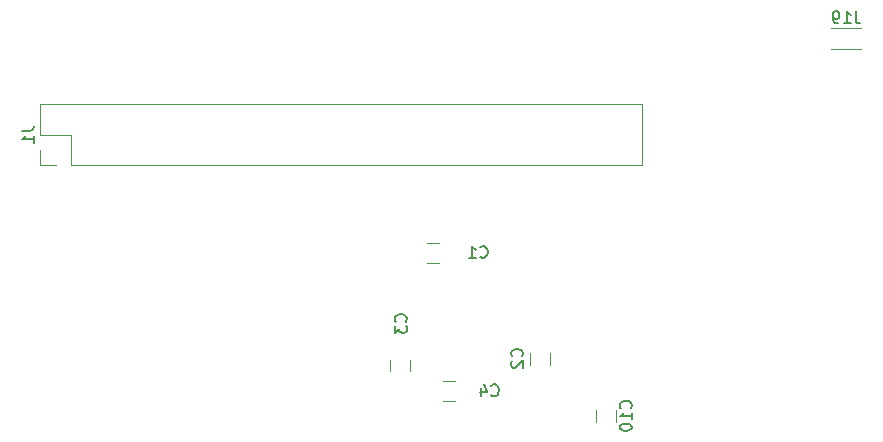
<source format=gbo>
G04 #@! TF.FileFunction,Legend,Bot*
%FSLAX46Y46*%
G04 Gerber Fmt 4.6, Leading zero omitted, Abs format (unit mm)*
G04 Created by KiCad (PCBNEW 4.0.7-e2-6376~61~ubuntu18.04.1) date Sun Dec  9 20:36:19 2018*
%MOMM*%
%LPD*%
G01*
G04 APERTURE LIST*
%ADD10C,0.100000*%
%ADD11C,0.120000*%
%ADD12C,0.150000*%
%ADD13R,2.635200X2.635200*%
%ADD14R,2.150000X2.150000*%
%ADD15C,2.150000*%
%ADD16R,1.900000X1.650000*%
%ADD17R,1.650000X1.900000*%
%ADD18C,3.100000*%
%ADD19R,2.100000X2.100000*%
%ADD20O,2.100000X2.100000*%
%ADD21R,1.370000X1.670000*%
%ADD22R,2.000000X2.000000*%
%ADD23C,2.000000*%
G04 APERTURE END LIST*
D10*
D11*
X97985000Y-37585000D02*
X96985000Y-37585000D01*
X96985000Y-35885000D02*
X97985000Y-35885000D01*
X105635000Y-46235000D02*
X105635000Y-45235000D01*
X107335000Y-45235000D02*
X107335000Y-46235000D01*
X95535000Y-45785000D02*
X95535000Y-46785000D01*
X93835000Y-46785000D02*
X93835000Y-45785000D01*
X98335000Y-47585000D02*
X99335000Y-47585000D01*
X99335000Y-49285000D02*
X98335000Y-49285000D01*
X112935000Y-50035000D02*
X112935000Y-51035000D01*
X111235000Y-51035000D02*
X111235000Y-50035000D01*
X66805000Y-29340000D02*
X115125000Y-29340000D01*
X115125000Y-29340000D02*
X115125000Y-24140000D01*
X115125000Y-24140000D02*
X64205000Y-24140000D01*
X64205000Y-24140000D02*
X64205000Y-26740000D01*
X64205000Y-26740000D02*
X66805000Y-26740000D01*
X66805000Y-26740000D02*
X66805000Y-29340000D01*
X65535000Y-29340000D02*
X64205000Y-29340000D01*
X64205000Y-29340000D02*
X64205000Y-28070000D01*
X133705000Y-19525000D02*
X131165000Y-19525000D01*
X131165000Y-17745000D02*
X133705000Y-17745000D01*
X131165000Y-17745000D02*
X131165000Y-19525000D01*
X133705000Y-19525000D02*
X133705000Y-17745000D01*
D12*
X101461666Y-37092143D02*
X101509285Y-37139762D01*
X101652142Y-37187381D01*
X101747380Y-37187381D01*
X101890238Y-37139762D01*
X101985476Y-37044524D01*
X102033095Y-36949286D01*
X102080714Y-36758810D01*
X102080714Y-36615952D01*
X102033095Y-36425476D01*
X101985476Y-36330238D01*
X101890238Y-36235000D01*
X101747380Y-36187381D01*
X101652142Y-36187381D01*
X101509285Y-36235000D01*
X101461666Y-36282619D01*
X100509285Y-37187381D02*
X101080714Y-37187381D01*
X100795000Y-37187381D02*
X100795000Y-36187381D01*
X100890238Y-36330238D01*
X100985476Y-36425476D01*
X101080714Y-36473095D01*
X104992143Y-45518334D02*
X105039762Y-45470715D01*
X105087381Y-45327858D01*
X105087381Y-45232620D01*
X105039762Y-45089762D01*
X104944524Y-44994524D01*
X104849286Y-44946905D01*
X104658810Y-44899286D01*
X104515952Y-44899286D01*
X104325476Y-44946905D01*
X104230238Y-44994524D01*
X104135000Y-45089762D01*
X104087381Y-45232620D01*
X104087381Y-45327858D01*
X104135000Y-45470715D01*
X104182619Y-45518334D01*
X104182619Y-45899286D02*
X104135000Y-45946905D01*
X104087381Y-46042143D01*
X104087381Y-46280239D01*
X104135000Y-46375477D01*
X104182619Y-46423096D01*
X104277857Y-46470715D01*
X104373095Y-46470715D01*
X104515952Y-46423096D01*
X105087381Y-45851667D01*
X105087381Y-46470715D01*
X95142143Y-42568334D02*
X95189762Y-42520715D01*
X95237381Y-42377858D01*
X95237381Y-42282620D01*
X95189762Y-42139762D01*
X95094524Y-42044524D01*
X94999286Y-41996905D01*
X94808810Y-41949286D01*
X94665952Y-41949286D01*
X94475476Y-41996905D01*
X94380238Y-42044524D01*
X94285000Y-42139762D01*
X94237381Y-42282620D01*
X94237381Y-42377858D01*
X94285000Y-42520715D01*
X94332619Y-42568334D01*
X94237381Y-42901667D02*
X94237381Y-43520715D01*
X94618333Y-43187381D01*
X94618333Y-43330239D01*
X94665952Y-43425477D01*
X94713571Y-43473096D01*
X94808810Y-43520715D01*
X95046905Y-43520715D01*
X95142143Y-43473096D01*
X95189762Y-43425477D01*
X95237381Y-43330239D01*
X95237381Y-43044524D01*
X95189762Y-42949286D01*
X95142143Y-42901667D01*
X102401666Y-48792143D02*
X102449285Y-48839762D01*
X102592142Y-48887381D01*
X102687380Y-48887381D01*
X102830238Y-48839762D01*
X102925476Y-48744524D01*
X102973095Y-48649286D01*
X103020714Y-48458810D01*
X103020714Y-48315952D01*
X102973095Y-48125476D01*
X102925476Y-48030238D01*
X102830238Y-47935000D01*
X102687380Y-47887381D01*
X102592142Y-47887381D01*
X102449285Y-47935000D01*
X102401666Y-47982619D01*
X101544523Y-48220714D02*
X101544523Y-48887381D01*
X101782619Y-47839762D02*
X102020714Y-48554048D01*
X101401666Y-48554048D01*
X114192143Y-49892143D02*
X114239762Y-49844524D01*
X114287381Y-49701667D01*
X114287381Y-49606429D01*
X114239762Y-49463571D01*
X114144524Y-49368333D01*
X114049286Y-49320714D01*
X113858810Y-49273095D01*
X113715952Y-49273095D01*
X113525476Y-49320714D01*
X113430238Y-49368333D01*
X113335000Y-49463571D01*
X113287381Y-49606429D01*
X113287381Y-49701667D01*
X113335000Y-49844524D01*
X113382619Y-49892143D01*
X114287381Y-50844524D02*
X114287381Y-50273095D01*
X114287381Y-50558809D02*
X113287381Y-50558809D01*
X113430238Y-50463571D01*
X113525476Y-50368333D01*
X113573095Y-50273095D01*
X113287381Y-51463571D02*
X113287381Y-51558810D01*
X113335000Y-51654048D01*
X113382619Y-51701667D01*
X113477857Y-51749286D01*
X113668333Y-51796905D01*
X113906429Y-51796905D01*
X114096905Y-51749286D01*
X114192143Y-51701667D01*
X114239762Y-51654048D01*
X114287381Y-51558810D01*
X114287381Y-51463571D01*
X114239762Y-51368333D01*
X114192143Y-51320714D01*
X114096905Y-51273095D01*
X113906429Y-51225476D01*
X113668333Y-51225476D01*
X113477857Y-51273095D01*
X113382619Y-51320714D01*
X113335000Y-51368333D01*
X113287381Y-51463571D01*
X62657381Y-26406667D02*
X63371667Y-26406667D01*
X63514524Y-26359047D01*
X63609762Y-26263809D01*
X63657381Y-26120952D01*
X63657381Y-26025714D01*
X63657381Y-27406667D02*
X63657381Y-26835238D01*
X63657381Y-27120952D02*
X62657381Y-27120952D01*
X62800238Y-27025714D01*
X62895476Y-26930476D01*
X62943095Y-26835238D01*
X133244523Y-16307381D02*
X133244523Y-17021667D01*
X133292143Y-17164524D01*
X133387381Y-17259762D01*
X133530238Y-17307381D01*
X133625476Y-17307381D01*
X132244523Y-17307381D02*
X132815952Y-17307381D01*
X132530238Y-17307381D02*
X132530238Y-16307381D01*
X132625476Y-16450238D01*
X132720714Y-16545476D01*
X132815952Y-16593095D01*
X131768333Y-17307381D02*
X131577857Y-17307381D01*
X131482618Y-17259762D01*
X131434999Y-17212143D01*
X131339761Y-17069286D01*
X131292142Y-16878810D01*
X131292142Y-16497857D01*
X131339761Y-16402619D01*
X131387380Y-16355000D01*
X131482618Y-16307381D01*
X131673095Y-16307381D01*
X131768333Y-16355000D01*
X131815952Y-16402619D01*
X131863571Y-16497857D01*
X131863571Y-16735952D01*
X131815952Y-16831190D01*
X131768333Y-16878810D01*
X131673095Y-16926429D01*
X131482618Y-16926429D01*
X131387380Y-16878810D01*
X131339761Y-16831190D01*
X131292142Y-16735952D01*
%LPC*%
D13*
X112435000Y-74335000D03*
X112435000Y-76875000D03*
X104815000Y-66715000D03*
X107355000Y-66715000D03*
X109895000Y-74335000D03*
X109895000Y-76875000D03*
X104815000Y-69255000D03*
X107355000Y-69255000D03*
X107355000Y-71795000D03*
X104815000Y-71795000D03*
X104815000Y-74335000D03*
X107355000Y-74335000D03*
X107355000Y-76875000D03*
X104815000Y-76875000D03*
X71795000Y-46395000D03*
X71795000Y-48935000D03*
X71795000Y-51475000D03*
X71795000Y-54015000D03*
X69255000Y-36235000D03*
X69255000Y-38775000D03*
X69255000Y-54015000D03*
X66715000Y-54015000D03*
X64175000Y-54015000D03*
X61635000Y-54015000D03*
X59095000Y-54015000D03*
X69255000Y-51475000D03*
X66715000Y-51475000D03*
X64175000Y-51475000D03*
X61635000Y-51475000D03*
X59095000Y-51475000D03*
X69255000Y-48935000D03*
X66715000Y-48935000D03*
X64175000Y-48935000D03*
X61635000Y-48935000D03*
X59095000Y-48935000D03*
X69255000Y-46395000D03*
X66715000Y-46395000D03*
X64175000Y-46395000D03*
X61635000Y-46395000D03*
X59095000Y-46395000D03*
X69255000Y-43855000D03*
X66715000Y-43855000D03*
X64175000Y-43855000D03*
X61635000Y-43855000D03*
X59095000Y-43855000D03*
X69255000Y-41315000D03*
X66715000Y-41315000D03*
X64175000Y-41315000D03*
X61635000Y-41315000D03*
D14*
X129435000Y-20995000D03*
D15*
X126935000Y-20995000D03*
D16*
X96235000Y-36735000D03*
X98735000Y-36735000D03*
D17*
X106485000Y-44485000D03*
X106485000Y-46985000D03*
X94685000Y-47535000D03*
X94685000Y-45035000D03*
D16*
X100085000Y-48435000D03*
X97585000Y-48435000D03*
D17*
X112085000Y-51785000D03*
X112085000Y-49285000D03*
D14*
X140375000Y-20995000D03*
D15*
X137875000Y-20995000D03*
D14*
X98635000Y-20135000D03*
D15*
X96135000Y-20135000D03*
X93635000Y-20135000D03*
X91135000Y-20135000D03*
X88635000Y-20135000D03*
X86135000Y-20135000D03*
X83635000Y-20135000D03*
D14*
X140375000Y-28615000D03*
D15*
X137875000Y-28615000D03*
X135375000Y-28615000D03*
D14*
X140375000Y-36235000D03*
D15*
X137875000Y-36235000D03*
X135375000Y-36235000D03*
X132875000Y-36235000D03*
D14*
X140375000Y-59095000D03*
D15*
X137875000Y-59095000D03*
X135375000Y-59095000D03*
X132875000Y-59095000D03*
X130375000Y-59095000D03*
X127875000Y-59095000D03*
D14*
X140295000Y-43855000D03*
D15*
X137795000Y-43855000D03*
X135295000Y-43855000D03*
D14*
X140255000Y-51475000D03*
D15*
X137755000Y-51475000D03*
X135255000Y-51475000D03*
X132755000Y-51475000D03*
D14*
X140375000Y-66715000D03*
D15*
X137875000Y-66715000D03*
X135375000Y-66715000D03*
X132875000Y-66715000D03*
D14*
X140375000Y-74335000D03*
D15*
X137875000Y-74335000D03*
X135375000Y-74335000D03*
X132875000Y-74335000D03*
D18*
X60635000Y-26735000D03*
X60635000Y-75735000D03*
X118635000Y-26735000D03*
X118635000Y-75735000D03*
D14*
X74215000Y-59095000D03*
D15*
X71715000Y-59095000D03*
X69215000Y-59095000D03*
X66715000Y-59095000D03*
D14*
X74335000Y-74335000D03*
D15*
X71835000Y-74335000D03*
X69335000Y-74335000D03*
X66835000Y-74335000D03*
D14*
X97195000Y-59095000D03*
D15*
X94695000Y-59095000D03*
X92195000Y-59095000D03*
X89695000Y-59095000D03*
D14*
X74335000Y-66715000D03*
D15*
X71835000Y-66715000D03*
X69335000Y-66715000D03*
X66835000Y-66715000D03*
D14*
X97195000Y-74335000D03*
D15*
X94695000Y-74335000D03*
X92195000Y-74335000D03*
X89695000Y-74335000D03*
D14*
X97195000Y-66715000D03*
D15*
X94695000Y-66715000D03*
X92195000Y-66715000D03*
X89695000Y-66715000D03*
D14*
X119135000Y-20135000D03*
D15*
X116635000Y-20135000D03*
X114135000Y-20135000D03*
X111635000Y-20135000D03*
X109135000Y-20135000D03*
X106635000Y-20135000D03*
D19*
X65535000Y-28010000D03*
D20*
X65535000Y-25470000D03*
X68075000Y-28010000D03*
X68075000Y-25470000D03*
X70615000Y-28010000D03*
X70615000Y-25470000D03*
X73155000Y-28010000D03*
X73155000Y-25470000D03*
X75695000Y-28010000D03*
X75695000Y-25470000D03*
X78235000Y-28010000D03*
X78235000Y-25470000D03*
X80775000Y-28010000D03*
X80775000Y-25470000D03*
X83315000Y-28010000D03*
X83315000Y-25470000D03*
X85855000Y-28010000D03*
X85855000Y-25470000D03*
X88395000Y-28010000D03*
X88395000Y-25470000D03*
X90935000Y-28010000D03*
X90935000Y-25470000D03*
X93475000Y-28010000D03*
X93475000Y-25470000D03*
X96015000Y-28010000D03*
X96015000Y-25470000D03*
X98555000Y-28010000D03*
X98555000Y-25470000D03*
X101095000Y-28010000D03*
X101095000Y-25470000D03*
X103635000Y-28010000D03*
X103635000Y-25470000D03*
X106175000Y-28010000D03*
X106175000Y-25470000D03*
X108715000Y-28010000D03*
X108715000Y-25470000D03*
X111255000Y-28010000D03*
X111255000Y-25470000D03*
X113795000Y-28010000D03*
X113795000Y-25470000D03*
D21*
X133075000Y-18635000D03*
X131795000Y-18635000D03*
D22*
X59730000Y-34965000D03*
D23*
X63230000Y-34965000D03*
D13*
X59095000Y-41315000D03*
D22*
X59730000Y-19090000D03*
D23*
X63230000Y-19090000D03*
M02*

</source>
